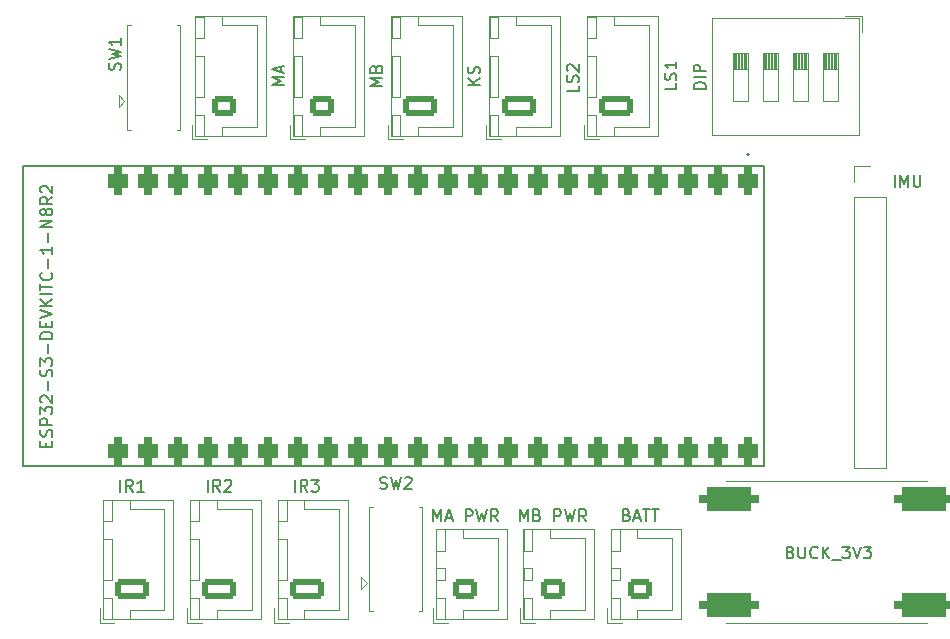
<source format=gbr>
%TF.GenerationSoftware,KiCad,Pcbnew,8.0.2*%
%TF.CreationDate,2024-06-06T18:17:56-04:00*%
%TF.ProjectId,MBARETECHmini,4d424152-4554-4454-9348-6d696e692e6b,rev?*%
%TF.SameCoordinates,Original*%
%TF.FileFunction,Legend,Top*%
%TF.FilePolarity,Positive*%
%FSLAX46Y46*%
G04 Gerber Fmt 4.6, Leading zero omitted, Abs format (unit mm)*
G04 Created by KiCad (PCBNEW 8.0.2) date 2024-06-06 18:17:56*
%MOMM*%
%LPD*%
G01*
G04 APERTURE LIST*
G04 Aperture macros list*
%AMRoundRect*
0 Rectangle with rounded corners*
0 $1 Rounding radius*
0 $2 $3 $4 $5 $6 $7 $8 $9 X,Y pos of 4 corners*
0 Add a 4 corners polygon primitive as box body*
4,1,4,$2,$3,$4,$5,$6,$7,$8,$9,$2,$3,0*
0 Add four circle primitives for the rounded corners*
1,1,$1+$1,$2,$3*
1,1,$1+$1,$4,$5*
1,1,$1+$1,$6,$7*
1,1,$1+$1,$8,$9*
0 Add four rect primitives between the rounded corners*
20,1,$1+$1,$2,$3,$4,$5,0*
20,1,$1+$1,$4,$5,$6,$7,0*
20,1,$1+$1,$6,$7,$8,$9,0*
20,1,$1+$1,$8,$9,$2,$3,0*%
G04 Aperture macros list end*
%ADD10C,0.150000*%
%ADD11C,0.127000*%
%ADD12C,0.200000*%
%ADD13C,0.120000*%
%ADD14C,0.100000*%
%ADD15RoundRect,0.566667X-0.300333X0.585333X-0.300333X-0.585333X0.300333X-0.585333X0.300333X0.585333X0*%
%ADD16O,2.000000X1.700000*%
%ADD17RoundRect,0.250000X0.750000X-0.600000X0.750000X0.600000X-0.750000X0.600000X-0.750000X-0.600000X0*%
%ADD18O,1.950000X1.700000*%
%ADD19RoundRect,0.250000X0.725000X-0.600000X0.725000X0.600000X-0.725000X0.600000X-0.725000X-0.600000X0*%
%ADD20O,2.925000X1.700000*%
%ADD21RoundRect,0.250000X1.212500X-0.600000X1.212500X0.600000X-1.212500X0.600000X-1.212500X-0.600000X0*%
%ADD22R,1.600000X1.600000*%
%ADD23O,1.600000X1.600000*%
%ADD24C,4.400000*%
%ADD25R,2.500000X1.500000*%
%ADD26O,2.500000X1.500000*%
%ADD27R,1.700000X1.700000*%
%ADD28O,1.700000X1.700000*%
%ADD29RoundRect,0.688976X-1.851024X-0.361024X1.851024X-0.361024X1.851024X0.361024X-1.851024X0.361024X0*%
G04 APERTURE END LIST*
D10*
X146201009Y-100053808D02*
X146201009Y-99720475D01*
X146724819Y-99577618D02*
X146724819Y-100053808D01*
X146724819Y-100053808D02*
X145724819Y-100053808D01*
X145724819Y-100053808D02*
X145724819Y-99577618D01*
X146677200Y-99196665D02*
X146724819Y-99053808D01*
X146724819Y-99053808D02*
X146724819Y-98815713D01*
X146724819Y-98815713D02*
X146677200Y-98720475D01*
X146677200Y-98720475D02*
X146629580Y-98672856D01*
X146629580Y-98672856D02*
X146534342Y-98625237D01*
X146534342Y-98625237D02*
X146439104Y-98625237D01*
X146439104Y-98625237D02*
X146343866Y-98672856D01*
X146343866Y-98672856D02*
X146296247Y-98720475D01*
X146296247Y-98720475D02*
X146248628Y-98815713D01*
X146248628Y-98815713D02*
X146201009Y-99006189D01*
X146201009Y-99006189D02*
X146153390Y-99101427D01*
X146153390Y-99101427D02*
X146105771Y-99149046D01*
X146105771Y-99149046D02*
X146010533Y-99196665D01*
X146010533Y-99196665D02*
X145915295Y-99196665D01*
X145915295Y-99196665D02*
X145820057Y-99149046D01*
X145820057Y-99149046D02*
X145772438Y-99101427D01*
X145772438Y-99101427D02*
X145724819Y-99006189D01*
X145724819Y-99006189D02*
X145724819Y-98768094D01*
X145724819Y-98768094D02*
X145772438Y-98625237D01*
X146724819Y-98196665D02*
X145724819Y-98196665D01*
X145724819Y-98196665D02*
X145724819Y-97815713D01*
X145724819Y-97815713D02*
X145772438Y-97720475D01*
X145772438Y-97720475D02*
X145820057Y-97672856D01*
X145820057Y-97672856D02*
X145915295Y-97625237D01*
X145915295Y-97625237D02*
X146058152Y-97625237D01*
X146058152Y-97625237D02*
X146153390Y-97672856D01*
X146153390Y-97672856D02*
X146201009Y-97720475D01*
X146201009Y-97720475D02*
X146248628Y-97815713D01*
X146248628Y-97815713D02*
X146248628Y-98196665D01*
X145724819Y-97291903D02*
X145724819Y-96672856D01*
X145724819Y-96672856D02*
X146105771Y-97006189D01*
X146105771Y-97006189D02*
X146105771Y-96863332D01*
X146105771Y-96863332D02*
X146153390Y-96768094D01*
X146153390Y-96768094D02*
X146201009Y-96720475D01*
X146201009Y-96720475D02*
X146296247Y-96672856D01*
X146296247Y-96672856D02*
X146534342Y-96672856D01*
X146534342Y-96672856D02*
X146629580Y-96720475D01*
X146629580Y-96720475D02*
X146677200Y-96768094D01*
X146677200Y-96768094D02*
X146724819Y-96863332D01*
X146724819Y-96863332D02*
X146724819Y-97149046D01*
X146724819Y-97149046D02*
X146677200Y-97244284D01*
X146677200Y-97244284D02*
X146629580Y-97291903D01*
X145820057Y-96291903D02*
X145772438Y-96244284D01*
X145772438Y-96244284D02*
X145724819Y-96149046D01*
X145724819Y-96149046D02*
X145724819Y-95910951D01*
X145724819Y-95910951D02*
X145772438Y-95815713D01*
X145772438Y-95815713D02*
X145820057Y-95768094D01*
X145820057Y-95768094D02*
X145915295Y-95720475D01*
X145915295Y-95720475D02*
X146010533Y-95720475D01*
X146010533Y-95720475D02*
X146153390Y-95768094D01*
X146153390Y-95768094D02*
X146724819Y-96339522D01*
X146724819Y-96339522D02*
X146724819Y-95720475D01*
X146343866Y-95291903D02*
X146343866Y-94529999D01*
X146677200Y-94101427D02*
X146724819Y-93958570D01*
X146724819Y-93958570D02*
X146724819Y-93720475D01*
X146724819Y-93720475D02*
X146677200Y-93625237D01*
X146677200Y-93625237D02*
X146629580Y-93577618D01*
X146629580Y-93577618D02*
X146534342Y-93529999D01*
X146534342Y-93529999D02*
X146439104Y-93529999D01*
X146439104Y-93529999D02*
X146343866Y-93577618D01*
X146343866Y-93577618D02*
X146296247Y-93625237D01*
X146296247Y-93625237D02*
X146248628Y-93720475D01*
X146248628Y-93720475D02*
X146201009Y-93910951D01*
X146201009Y-93910951D02*
X146153390Y-94006189D01*
X146153390Y-94006189D02*
X146105771Y-94053808D01*
X146105771Y-94053808D02*
X146010533Y-94101427D01*
X146010533Y-94101427D02*
X145915295Y-94101427D01*
X145915295Y-94101427D02*
X145820057Y-94053808D01*
X145820057Y-94053808D02*
X145772438Y-94006189D01*
X145772438Y-94006189D02*
X145724819Y-93910951D01*
X145724819Y-93910951D02*
X145724819Y-93672856D01*
X145724819Y-93672856D02*
X145772438Y-93529999D01*
X145724819Y-93196665D02*
X145724819Y-92577618D01*
X145724819Y-92577618D02*
X146105771Y-92910951D01*
X146105771Y-92910951D02*
X146105771Y-92768094D01*
X146105771Y-92768094D02*
X146153390Y-92672856D01*
X146153390Y-92672856D02*
X146201009Y-92625237D01*
X146201009Y-92625237D02*
X146296247Y-92577618D01*
X146296247Y-92577618D02*
X146534342Y-92577618D01*
X146534342Y-92577618D02*
X146629580Y-92625237D01*
X146629580Y-92625237D02*
X146677200Y-92672856D01*
X146677200Y-92672856D02*
X146724819Y-92768094D01*
X146724819Y-92768094D02*
X146724819Y-93053808D01*
X146724819Y-93053808D02*
X146677200Y-93149046D01*
X146677200Y-93149046D02*
X146629580Y-93196665D01*
X146343866Y-92149046D02*
X146343866Y-91387142D01*
X146724819Y-90910951D02*
X145724819Y-90910951D01*
X145724819Y-90910951D02*
X145724819Y-90672856D01*
X145724819Y-90672856D02*
X145772438Y-90529999D01*
X145772438Y-90529999D02*
X145867676Y-90434761D01*
X145867676Y-90434761D02*
X145962914Y-90387142D01*
X145962914Y-90387142D02*
X146153390Y-90339523D01*
X146153390Y-90339523D02*
X146296247Y-90339523D01*
X146296247Y-90339523D02*
X146486723Y-90387142D01*
X146486723Y-90387142D02*
X146581961Y-90434761D01*
X146581961Y-90434761D02*
X146677200Y-90529999D01*
X146677200Y-90529999D02*
X146724819Y-90672856D01*
X146724819Y-90672856D02*
X146724819Y-90910951D01*
X146201009Y-89910951D02*
X146201009Y-89577618D01*
X146724819Y-89434761D02*
X146724819Y-89910951D01*
X146724819Y-89910951D02*
X145724819Y-89910951D01*
X145724819Y-89910951D02*
X145724819Y-89434761D01*
X145724819Y-89149046D02*
X146724819Y-88815713D01*
X146724819Y-88815713D02*
X145724819Y-88482380D01*
X146724819Y-88149046D02*
X145724819Y-88149046D01*
X146724819Y-87577618D02*
X146153390Y-88006189D01*
X145724819Y-87577618D02*
X146296247Y-88149046D01*
X146724819Y-87149046D02*
X145724819Y-87149046D01*
X145724819Y-86815713D02*
X145724819Y-86244285D01*
X146724819Y-86529999D02*
X145724819Y-86529999D01*
X146629580Y-85339523D02*
X146677200Y-85387142D01*
X146677200Y-85387142D02*
X146724819Y-85529999D01*
X146724819Y-85529999D02*
X146724819Y-85625237D01*
X146724819Y-85625237D02*
X146677200Y-85768094D01*
X146677200Y-85768094D02*
X146581961Y-85863332D01*
X146581961Y-85863332D02*
X146486723Y-85910951D01*
X146486723Y-85910951D02*
X146296247Y-85958570D01*
X146296247Y-85958570D02*
X146153390Y-85958570D01*
X146153390Y-85958570D02*
X145962914Y-85910951D01*
X145962914Y-85910951D02*
X145867676Y-85863332D01*
X145867676Y-85863332D02*
X145772438Y-85768094D01*
X145772438Y-85768094D02*
X145724819Y-85625237D01*
X145724819Y-85625237D02*
X145724819Y-85529999D01*
X145724819Y-85529999D02*
X145772438Y-85387142D01*
X145772438Y-85387142D02*
X145820057Y-85339523D01*
X146343866Y-84910951D02*
X146343866Y-84149047D01*
X146724819Y-83149047D02*
X146724819Y-83720475D01*
X146724819Y-83434761D02*
X145724819Y-83434761D01*
X145724819Y-83434761D02*
X145867676Y-83529999D01*
X145867676Y-83529999D02*
X145962914Y-83625237D01*
X145962914Y-83625237D02*
X146010533Y-83720475D01*
X146343866Y-82720475D02*
X146343866Y-81958571D01*
X146724819Y-81482380D02*
X145724819Y-81482380D01*
X145724819Y-81482380D02*
X146724819Y-80910952D01*
X146724819Y-80910952D02*
X145724819Y-80910952D01*
X146153390Y-80291904D02*
X146105771Y-80387142D01*
X146105771Y-80387142D02*
X146058152Y-80434761D01*
X146058152Y-80434761D02*
X145962914Y-80482380D01*
X145962914Y-80482380D02*
X145915295Y-80482380D01*
X145915295Y-80482380D02*
X145820057Y-80434761D01*
X145820057Y-80434761D02*
X145772438Y-80387142D01*
X145772438Y-80387142D02*
X145724819Y-80291904D01*
X145724819Y-80291904D02*
X145724819Y-80101428D01*
X145724819Y-80101428D02*
X145772438Y-80006190D01*
X145772438Y-80006190D02*
X145820057Y-79958571D01*
X145820057Y-79958571D02*
X145915295Y-79910952D01*
X145915295Y-79910952D02*
X145962914Y-79910952D01*
X145962914Y-79910952D02*
X146058152Y-79958571D01*
X146058152Y-79958571D02*
X146105771Y-80006190D01*
X146105771Y-80006190D02*
X146153390Y-80101428D01*
X146153390Y-80101428D02*
X146153390Y-80291904D01*
X146153390Y-80291904D02*
X146201009Y-80387142D01*
X146201009Y-80387142D02*
X146248628Y-80434761D01*
X146248628Y-80434761D02*
X146343866Y-80482380D01*
X146343866Y-80482380D02*
X146534342Y-80482380D01*
X146534342Y-80482380D02*
X146629580Y-80434761D01*
X146629580Y-80434761D02*
X146677200Y-80387142D01*
X146677200Y-80387142D02*
X146724819Y-80291904D01*
X146724819Y-80291904D02*
X146724819Y-80101428D01*
X146724819Y-80101428D02*
X146677200Y-80006190D01*
X146677200Y-80006190D02*
X146629580Y-79958571D01*
X146629580Y-79958571D02*
X146534342Y-79910952D01*
X146534342Y-79910952D02*
X146343866Y-79910952D01*
X146343866Y-79910952D02*
X146248628Y-79958571D01*
X146248628Y-79958571D02*
X146201009Y-80006190D01*
X146201009Y-80006190D02*
X146153390Y-80101428D01*
X146724819Y-78910952D02*
X146248628Y-79244285D01*
X146724819Y-79482380D02*
X145724819Y-79482380D01*
X145724819Y-79482380D02*
X145724819Y-79101428D01*
X145724819Y-79101428D02*
X145772438Y-79006190D01*
X145772438Y-79006190D02*
X145820057Y-78958571D01*
X145820057Y-78958571D02*
X145915295Y-78910952D01*
X145915295Y-78910952D02*
X146058152Y-78910952D01*
X146058152Y-78910952D02*
X146153390Y-78958571D01*
X146153390Y-78958571D02*
X146201009Y-79006190D01*
X146201009Y-79006190D02*
X146248628Y-79101428D01*
X146248628Y-79101428D02*
X146248628Y-79482380D01*
X145820057Y-78529999D02*
X145772438Y-78482380D01*
X145772438Y-78482380D02*
X145724819Y-78387142D01*
X145724819Y-78387142D02*
X145724819Y-78149047D01*
X145724819Y-78149047D02*
X145772438Y-78053809D01*
X145772438Y-78053809D02*
X145820057Y-78006190D01*
X145820057Y-78006190D02*
X145915295Y-77958571D01*
X145915295Y-77958571D02*
X146010533Y-77958571D01*
X146010533Y-77958571D02*
X146153390Y-78006190D01*
X146153390Y-78006190D02*
X146724819Y-78577618D01*
X146724819Y-78577618D02*
X146724819Y-77958571D01*
X195360952Y-105851009D02*
X195503809Y-105898628D01*
X195503809Y-105898628D02*
X195551428Y-105946247D01*
X195551428Y-105946247D02*
X195599047Y-106041485D01*
X195599047Y-106041485D02*
X195599047Y-106184342D01*
X195599047Y-106184342D02*
X195551428Y-106279580D01*
X195551428Y-106279580D02*
X195503809Y-106327200D01*
X195503809Y-106327200D02*
X195408571Y-106374819D01*
X195408571Y-106374819D02*
X195027619Y-106374819D01*
X195027619Y-106374819D02*
X195027619Y-105374819D01*
X195027619Y-105374819D02*
X195360952Y-105374819D01*
X195360952Y-105374819D02*
X195456190Y-105422438D01*
X195456190Y-105422438D02*
X195503809Y-105470057D01*
X195503809Y-105470057D02*
X195551428Y-105565295D01*
X195551428Y-105565295D02*
X195551428Y-105660533D01*
X195551428Y-105660533D02*
X195503809Y-105755771D01*
X195503809Y-105755771D02*
X195456190Y-105803390D01*
X195456190Y-105803390D02*
X195360952Y-105851009D01*
X195360952Y-105851009D02*
X195027619Y-105851009D01*
X195980000Y-106089104D02*
X196456190Y-106089104D01*
X195884762Y-106374819D02*
X196218095Y-105374819D01*
X196218095Y-105374819D02*
X196551428Y-106374819D01*
X196741905Y-105374819D02*
X197313333Y-105374819D01*
X197027619Y-106374819D02*
X197027619Y-105374819D01*
X197503810Y-105374819D02*
X198075238Y-105374819D01*
X197789524Y-106374819D02*
X197789524Y-105374819D01*
X166354819Y-69451904D02*
X165354819Y-69451904D01*
X165354819Y-69451904D02*
X166069104Y-69118571D01*
X166069104Y-69118571D02*
X165354819Y-68785238D01*
X165354819Y-68785238D02*
X166354819Y-68785238D01*
X166069104Y-68356666D02*
X166069104Y-67880476D01*
X166354819Y-68451904D02*
X165354819Y-68118571D01*
X165354819Y-68118571D02*
X166354819Y-67785238D01*
X199574819Y-69272857D02*
X199574819Y-69749047D01*
X199574819Y-69749047D02*
X198574819Y-69749047D01*
X199527200Y-68987142D02*
X199574819Y-68844285D01*
X199574819Y-68844285D02*
X199574819Y-68606190D01*
X199574819Y-68606190D02*
X199527200Y-68510952D01*
X199527200Y-68510952D02*
X199479580Y-68463333D01*
X199479580Y-68463333D02*
X199384342Y-68415714D01*
X199384342Y-68415714D02*
X199289104Y-68415714D01*
X199289104Y-68415714D02*
X199193866Y-68463333D01*
X199193866Y-68463333D02*
X199146247Y-68510952D01*
X199146247Y-68510952D02*
X199098628Y-68606190D01*
X199098628Y-68606190D02*
X199051009Y-68796666D01*
X199051009Y-68796666D02*
X199003390Y-68891904D01*
X199003390Y-68891904D02*
X198955771Y-68939523D01*
X198955771Y-68939523D02*
X198860533Y-68987142D01*
X198860533Y-68987142D02*
X198765295Y-68987142D01*
X198765295Y-68987142D02*
X198670057Y-68939523D01*
X198670057Y-68939523D02*
X198622438Y-68891904D01*
X198622438Y-68891904D02*
X198574819Y-68796666D01*
X198574819Y-68796666D02*
X198574819Y-68558571D01*
X198574819Y-68558571D02*
X198622438Y-68415714D01*
X199574819Y-67463333D02*
X199574819Y-68034761D01*
X199574819Y-67749047D02*
X198574819Y-67749047D01*
X198574819Y-67749047D02*
X198717676Y-67844285D01*
X198717676Y-67844285D02*
X198812914Y-67939523D01*
X198812914Y-67939523D02*
X198860533Y-68034761D01*
X202044819Y-69749999D02*
X201044819Y-69749999D01*
X201044819Y-69749999D02*
X201044819Y-69511904D01*
X201044819Y-69511904D02*
X201092438Y-69369047D01*
X201092438Y-69369047D02*
X201187676Y-69273809D01*
X201187676Y-69273809D02*
X201282914Y-69226190D01*
X201282914Y-69226190D02*
X201473390Y-69178571D01*
X201473390Y-69178571D02*
X201616247Y-69178571D01*
X201616247Y-69178571D02*
X201806723Y-69226190D01*
X201806723Y-69226190D02*
X201901961Y-69273809D01*
X201901961Y-69273809D02*
X201997200Y-69369047D01*
X201997200Y-69369047D02*
X202044819Y-69511904D01*
X202044819Y-69511904D02*
X202044819Y-69749999D01*
X202044819Y-68749999D02*
X201044819Y-68749999D01*
X202044819Y-68273809D02*
X201044819Y-68273809D01*
X201044819Y-68273809D02*
X201044819Y-67892857D01*
X201044819Y-67892857D02*
X201092438Y-67797619D01*
X201092438Y-67797619D02*
X201140057Y-67750000D01*
X201140057Y-67750000D02*
X201235295Y-67702381D01*
X201235295Y-67702381D02*
X201378152Y-67702381D01*
X201378152Y-67702381D02*
X201473390Y-67750000D01*
X201473390Y-67750000D02*
X201521009Y-67797619D01*
X201521009Y-67797619D02*
X201568628Y-67892857D01*
X201568628Y-67892857D02*
X201568628Y-68273809D01*
X152457200Y-68163332D02*
X152504819Y-68020475D01*
X152504819Y-68020475D02*
X152504819Y-67782380D01*
X152504819Y-67782380D02*
X152457200Y-67687142D01*
X152457200Y-67687142D02*
X152409580Y-67639523D01*
X152409580Y-67639523D02*
X152314342Y-67591904D01*
X152314342Y-67591904D02*
X152219104Y-67591904D01*
X152219104Y-67591904D02*
X152123866Y-67639523D01*
X152123866Y-67639523D02*
X152076247Y-67687142D01*
X152076247Y-67687142D02*
X152028628Y-67782380D01*
X152028628Y-67782380D02*
X151981009Y-67972856D01*
X151981009Y-67972856D02*
X151933390Y-68068094D01*
X151933390Y-68068094D02*
X151885771Y-68115713D01*
X151885771Y-68115713D02*
X151790533Y-68163332D01*
X151790533Y-68163332D02*
X151695295Y-68163332D01*
X151695295Y-68163332D02*
X151600057Y-68115713D01*
X151600057Y-68115713D02*
X151552438Y-68068094D01*
X151552438Y-68068094D02*
X151504819Y-67972856D01*
X151504819Y-67972856D02*
X151504819Y-67734761D01*
X151504819Y-67734761D02*
X151552438Y-67591904D01*
X151504819Y-67258570D02*
X152504819Y-67020475D01*
X152504819Y-67020475D02*
X151790533Y-66829999D01*
X151790533Y-66829999D02*
X152504819Y-66639523D01*
X152504819Y-66639523D02*
X151504819Y-66401428D01*
X152504819Y-65496666D02*
X152504819Y-66068094D01*
X152504819Y-65782380D02*
X151504819Y-65782380D01*
X151504819Y-65782380D02*
X151647676Y-65877618D01*
X151647676Y-65877618D02*
X151742914Y-65972856D01*
X151742914Y-65972856D02*
X151790533Y-66068094D01*
X174654819Y-69523332D02*
X173654819Y-69523332D01*
X173654819Y-69523332D02*
X174369104Y-69189999D01*
X174369104Y-69189999D02*
X173654819Y-68856666D01*
X173654819Y-68856666D02*
X174654819Y-68856666D01*
X174131009Y-68047142D02*
X174178628Y-67904285D01*
X174178628Y-67904285D02*
X174226247Y-67856666D01*
X174226247Y-67856666D02*
X174321485Y-67809047D01*
X174321485Y-67809047D02*
X174464342Y-67809047D01*
X174464342Y-67809047D02*
X174559580Y-67856666D01*
X174559580Y-67856666D02*
X174607200Y-67904285D01*
X174607200Y-67904285D02*
X174654819Y-67999523D01*
X174654819Y-67999523D02*
X174654819Y-68380475D01*
X174654819Y-68380475D02*
X173654819Y-68380475D01*
X173654819Y-68380475D02*
X173654819Y-68047142D01*
X173654819Y-68047142D02*
X173702438Y-67951904D01*
X173702438Y-67951904D02*
X173750057Y-67904285D01*
X173750057Y-67904285D02*
X173845295Y-67856666D01*
X173845295Y-67856666D02*
X173940533Y-67856666D01*
X173940533Y-67856666D02*
X174035771Y-67904285D01*
X174035771Y-67904285D02*
X174083390Y-67951904D01*
X174083390Y-67951904D02*
X174131009Y-68047142D01*
X174131009Y-68047142D02*
X174131009Y-68380475D01*
X178975714Y-106374819D02*
X178975714Y-105374819D01*
X178975714Y-105374819D02*
X179309047Y-106089104D01*
X179309047Y-106089104D02*
X179642380Y-105374819D01*
X179642380Y-105374819D02*
X179642380Y-106374819D01*
X180070952Y-106089104D02*
X180547142Y-106089104D01*
X179975714Y-106374819D02*
X180309047Y-105374819D01*
X180309047Y-105374819D02*
X180642380Y-106374819D01*
X181737619Y-106374819D02*
X181737619Y-105374819D01*
X181737619Y-105374819D02*
X182118571Y-105374819D01*
X182118571Y-105374819D02*
X182213809Y-105422438D01*
X182213809Y-105422438D02*
X182261428Y-105470057D01*
X182261428Y-105470057D02*
X182309047Y-105565295D01*
X182309047Y-105565295D02*
X182309047Y-105708152D01*
X182309047Y-105708152D02*
X182261428Y-105803390D01*
X182261428Y-105803390D02*
X182213809Y-105851009D01*
X182213809Y-105851009D02*
X182118571Y-105898628D01*
X182118571Y-105898628D02*
X181737619Y-105898628D01*
X182642381Y-105374819D02*
X182880476Y-106374819D01*
X182880476Y-106374819D02*
X183070952Y-105660533D01*
X183070952Y-105660533D02*
X183261428Y-106374819D01*
X183261428Y-106374819D02*
X183499524Y-105374819D01*
X184451904Y-106374819D02*
X184118571Y-105898628D01*
X183880476Y-106374819D02*
X183880476Y-105374819D01*
X183880476Y-105374819D02*
X184261428Y-105374819D01*
X184261428Y-105374819D02*
X184356666Y-105422438D01*
X184356666Y-105422438D02*
X184404285Y-105470057D01*
X184404285Y-105470057D02*
X184451904Y-105565295D01*
X184451904Y-105565295D02*
X184451904Y-105708152D01*
X184451904Y-105708152D02*
X184404285Y-105803390D01*
X184404285Y-105803390D02*
X184356666Y-105851009D01*
X184356666Y-105851009D02*
X184261428Y-105898628D01*
X184261428Y-105898628D02*
X183880476Y-105898628D01*
X167283810Y-103864819D02*
X167283810Y-102864819D01*
X168331428Y-103864819D02*
X167998095Y-103388628D01*
X167760000Y-103864819D02*
X167760000Y-102864819D01*
X167760000Y-102864819D02*
X168140952Y-102864819D01*
X168140952Y-102864819D02*
X168236190Y-102912438D01*
X168236190Y-102912438D02*
X168283809Y-102960057D01*
X168283809Y-102960057D02*
X168331428Y-103055295D01*
X168331428Y-103055295D02*
X168331428Y-103198152D01*
X168331428Y-103198152D02*
X168283809Y-103293390D01*
X168283809Y-103293390D02*
X168236190Y-103341009D01*
X168236190Y-103341009D02*
X168140952Y-103388628D01*
X168140952Y-103388628D02*
X167760000Y-103388628D01*
X168664762Y-102864819D02*
X169283809Y-102864819D01*
X169283809Y-102864819D02*
X168950476Y-103245771D01*
X168950476Y-103245771D02*
X169093333Y-103245771D01*
X169093333Y-103245771D02*
X169188571Y-103293390D01*
X169188571Y-103293390D02*
X169236190Y-103341009D01*
X169236190Y-103341009D02*
X169283809Y-103436247D01*
X169283809Y-103436247D02*
X169283809Y-103674342D01*
X169283809Y-103674342D02*
X169236190Y-103769580D01*
X169236190Y-103769580D02*
X169188571Y-103817200D01*
X169188571Y-103817200D02*
X169093333Y-103864819D01*
X169093333Y-103864819D02*
X168807619Y-103864819D01*
X168807619Y-103864819D02*
X168712381Y-103817200D01*
X168712381Y-103817200D02*
X168664762Y-103769580D01*
X218044762Y-78074819D02*
X218044762Y-77074819D01*
X218520952Y-78074819D02*
X218520952Y-77074819D01*
X218520952Y-77074819D02*
X218854285Y-77789104D01*
X218854285Y-77789104D02*
X219187618Y-77074819D01*
X219187618Y-77074819D02*
X219187618Y-78074819D01*
X219663809Y-77074819D02*
X219663809Y-77884342D01*
X219663809Y-77884342D02*
X219711428Y-77979580D01*
X219711428Y-77979580D02*
X219759047Y-78027200D01*
X219759047Y-78027200D02*
X219854285Y-78074819D01*
X219854285Y-78074819D02*
X220044761Y-78074819D01*
X220044761Y-78074819D02*
X220139999Y-78027200D01*
X220139999Y-78027200D02*
X220187618Y-77979580D01*
X220187618Y-77979580D02*
X220235237Y-77884342D01*
X220235237Y-77884342D02*
X220235237Y-77074819D01*
X209235714Y-108991009D02*
X209378571Y-109038628D01*
X209378571Y-109038628D02*
X209426190Y-109086247D01*
X209426190Y-109086247D02*
X209473809Y-109181485D01*
X209473809Y-109181485D02*
X209473809Y-109324342D01*
X209473809Y-109324342D02*
X209426190Y-109419580D01*
X209426190Y-109419580D02*
X209378571Y-109467200D01*
X209378571Y-109467200D02*
X209283333Y-109514819D01*
X209283333Y-109514819D02*
X208902381Y-109514819D01*
X208902381Y-109514819D02*
X208902381Y-108514819D01*
X208902381Y-108514819D02*
X209235714Y-108514819D01*
X209235714Y-108514819D02*
X209330952Y-108562438D01*
X209330952Y-108562438D02*
X209378571Y-108610057D01*
X209378571Y-108610057D02*
X209426190Y-108705295D01*
X209426190Y-108705295D02*
X209426190Y-108800533D01*
X209426190Y-108800533D02*
X209378571Y-108895771D01*
X209378571Y-108895771D02*
X209330952Y-108943390D01*
X209330952Y-108943390D02*
X209235714Y-108991009D01*
X209235714Y-108991009D02*
X208902381Y-108991009D01*
X209902381Y-108514819D02*
X209902381Y-109324342D01*
X209902381Y-109324342D02*
X209950000Y-109419580D01*
X209950000Y-109419580D02*
X209997619Y-109467200D01*
X209997619Y-109467200D02*
X210092857Y-109514819D01*
X210092857Y-109514819D02*
X210283333Y-109514819D01*
X210283333Y-109514819D02*
X210378571Y-109467200D01*
X210378571Y-109467200D02*
X210426190Y-109419580D01*
X210426190Y-109419580D02*
X210473809Y-109324342D01*
X210473809Y-109324342D02*
X210473809Y-108514819D01*
X211521428Y-109419580D02*
X211473809Y-109467200D01*
X211473809Y-109467200D02*
X211330952Y-109514819D01*
X211330952Y-109514819D02*
X211235714Y-109514819D01*
X211235714Y-109514819D02*
X211092857Y-109467200D01*
X211092857Y-109467200D02*
X210997619Y-109371961D01*
X210997619Y-109371961D02*
X210950000Y-109276723D01*
X210950000Y-109276723D02*
X210902381Y-109086247D01*
X210902381Y-109086247D02*
X210902381Y-108943390D01*
X210902381Y-108943390D02*
X210950000Y-108752914D01*
X210950000Y-108752914D02*
X210997619Y-108657676D01*
X210997619Y-108657676D02*
X211092857Y-108562438D01*
X211092857Y-108562438D02*
X211235714Y-108514819D01*
X211235714Y-108514819D02*
X211330952Y-108514819D01*
X211330952Y-108514819D02*
X211473809Y-108562438D01*
X211473809Y-108562438D02*
X211521428Y-108610057D01*
X211950000Y-109514819D02*
X211950000Y-108514819D01*
X212521428Y-109514819D02*
X212092857Y-108943390D01*
X212521428Y-108514819D02*
X211950000Y-109086247D01*
X212711905Y-109610057D02*
X213473809Y-109610057D01*
X213616667Y-108514819D02*
X214235714Y-108514819D01*
X214235714Y-108514819D02*
X213902381Y-108895771D01*
X213902381Y-108895771D02*
X214045238Y-108895771D01*
X214045238Y-108895771D02*
X214140476Y-108943390D01*
X214140476Y-108943390D02*
X214188095Y-108991009D01*
X214188095Y-108991009D02*
X214235714Y-109086247D01*
X214235714Y-109086247D02*
X214235714Y-109324342D01*
X214235714Y-109324342D02*
X214188095Y-109419580D01*
X214188095Y-109419580D02*
X214140476Y-109467200D01*
X214140476Y-109467200D02*
X214045238Y-109514819D01*
X214045238Y-109514819D02*
X213759524Y-109514819D01*
X213759524Y-109514819D02*
X213664286Y-109467200D01*
X213664286Y-109467200D02*
X213616667Y-109419580D01*
X214521429Y-108514819D02*
X214854762Y-109514819D01*
X214854762Y-109514819D02*
X215188095Y-108514819D01*
X215426191Y-108514819D02*
X216045238Y-108514819D01*
X216045238Y-108514819D02*
X215711905Y-108895771D01*
X215711905Y-108895771D02*
X215854762Y-108895771D01*
X215854762Y-108895771D02*
X215950000Y-108943390D01*
X215950000Y-108943390D02*
X215997619Y-108991009D01*
X215997619Y-108991009D02*
X216045238Y-109086247D01*
X216045238Y-109086247D02*
X216045238Y-109324342D01*
X216045238Y-109324342D02*
X215997619Y-109419580D01*
X215997619Y-109419580D02*
X215950000Y-109467200D01*
X215950000Y-109467200D02*
X215854762Y-109514819D01*
X215854762Y-109514819D02*
X215569048Y-109514819D01*
X215569048Y-109514819D02*
X215473810Y-109467200D01*
X215473810Y-109467200D02*
X215426191Y-109419580D01*
X191284819Y-69482857D02*
X191284819Y-69959047D01*
X191284819Y-69959047D02*
X190284819Y-69959047D01*
X191237200Y-69197142D02*
X191284819Y-69054285D01*
X191284819Y-69054285D02*
X191284819Y-68816190D01*
X191284819Y-68816190D02*
X191237200Y-68720952D01*
X191237200Y-68720952D02*
X191189580Y-68673333D01*
X191189580Y-68673333D02*
X191094342Y-68625714D01*
X191094342Y-68625714D02*
X190999104Y-68625714D01*
X190999104Y-68625714D02*
X190903866Y-68673333D01*
X190903866Y-68673333D02*
X190856247Y-68720952D01*
X190856247Y-68720952D02*
X190808628Y-68816190D01*
X190808628Y-68816190D02*
X190761009Y-69006666D01*
X190761009Y-69006666D02*
X190713390Y-69101904D01*
X190713390Y-69101904D02*
X190665771Y-69149523D01*
X190665771Y-69149523D02*
X190570533Y-69197142D01*
X190570533Y-69197142D02*
X190475295Y-69197142D01*
X190475295Y-69197142D02*
X190380057Y-69149523D01*
X190380057Y-69149523D02*
X190332438Y-69101904D01*
X190332438Y-69101904D02*
X190284819Y-69006666D01*
X190284819Y-69006666D02*
X190284819Y-68768571D01*
X190284819Y-68768571D02*
X190332438Y-68625714D01*
X190380057Y-68244761D02*
X190332438Y-68197142D01*
X190332438Y-68197142D02*
X190284819Y-68101904D01*
X190284819Y-68101904D02*
X190284819Y-67863809D01*
X190284819Y-67863809D02*
X190332438Y-67768571D01*
X190332438Y-67768571D02*
X190380057Y-67720952D01*
X190380057Y-67720952D02*
X190475295Y-67673333D01*
X190475295Y-67673333D02*
X190570533Y-67673333D01*
X190570533Y-67673333D02*
X190713390Y-67720952D01*
X190713390Y-67720952D02*
X191284819Y-68292380D01*
X191284819Y-68292380D02*
X191284819Y-67673333D01*
X186304286Y-106374819D02*
X186304286Y-105374819D01*
X186304286Y-105374819D02*
X186637619Y-106089104D01*
X186637619Y-106089104D02*
X186970952Y-105374819D01*
X186970952Y-105374819D02*
X186970952Y-106374819D01*
X187780476Y-105851009D02*
X187923333Y-105898628D01*
X187923333Y-105898628D02*
X187970952Y-105946247D01*
X187970952Y-105946247D02*
X188018571Y-106041485D01*
X188018571Y-106041485D02*
X188018571Y-106184342D01*
X188018571Y-106184342D02*
X187970952Y-106279580D01*
X187970952Y-106279580D02*
X187923333Y-106327200D01*
X187923333Y-106327200D02*
X187828095Y-106374819D01*
X187828095Y-106374819D02*
X187447143Y-106374819D01*
X187447143Y-106374819D02*
X187447143Y-105374819D01*
X187447143Y-105374819D02*
X187780476Y-105374819D01*
X187780476Y-105374819D02*
X187875714Y-105422438D01*
X187875714Y-105422438D02*
X187923333Y-105470057D01*
X187923333Y-105470057D02*
X187970952Y-105565295D01*
X187970952Y-105565295D02*
X187970952Y-105660533D01*
X187970952Y-105660533D02*
X187923333Y-105755771D01*
X187923333Y-105755771D02*
X187875714Y-105803390D01*
X187875714Y-105803390D02*
X187780476Y-105851009D01*
X187780476Y-105851009D02*
X187447143Y-105851009D01*
X189209048Y-106374819D02*
X189209048Y-105374819D01*
X189209048Y-105374819D02*
X189590000Y-105374819D01*
X189590000Y-105374819D02*
X189685238Y-105422438D01*
X189685238Y-105422438D02*
X189732857Y-105470057D01*
X189732857Y-105470057D02*
X189780476Y-105565295D01*
X189780476Y-105565295D02*
X189780476Y-105708152D01*
X189780476Y-105708152D02*
X189732857Y-105803390D01*
X189732857Y-105803390D02*
X189685238Y-105851009D01*
X189685238Y-105851009D02*
X189590000Y-105898628D01*
X189590000Y-105898628D02*
X189209048Y-105898628D01*
X190113810Y-105374819D02*
X190351905Y-106374819D01*
X190351905Y-106374819D02*
X190542381Y-105660533D01*
X190542381Y-105660533D02*
X190732857Y-106374819D01*
X190732857Y-106374819D02*
X190970953Y-105374819D01*
X191923333Y-106374819D02*
X191590000Y-105898628D01*
X191351905Y-106374819D02*
X191351905Y-105374819D01*
X191351905Y-105374819D02*
X191732857Y-105374819D01*
X191732857Y-105374819D02*
X191828095Y-105422438D01*
X191828095Y-105422438D02*
X191875714Y-105470057D01*
X191875714Y-105470057D02*
X191923333Y-105565295D01*
X191923333Y-105565295D02*
X191923333Y-105708152D01*
X191923333Y-105708152D02*
X191875714Y-105803390D01*
X191875714Y-105803390D02*
X191828095Y-105851009D01*
X191828095Y-105851009D02*
X191732857Y-105898628D01*
X191732857Y-105898628D02*
X191351905Y-105898628D01*
X152493810Y-103864819D02*
X152493810Y-102864819D01*
X153541428Y-103864819D02*
X153208095Y-103388628D01*
X152970000Y-103864819D02*
X152970000Y-102864819D01*
X152970000Y-102864819D02*
X153350952Y-102864819D01*
X153350952Y-102864819D02*
X153446190Y-102912438D01*
X153446190Y-102912438D02*
X153493809Y-102960057D01*
X153493809Y-102960057D02*
X153541428Y-103055295D01*
X153541428Y-103055295D02*
X153541428Y-103198152D01*
X153541428Y-103198152D02*
X153493809Y-103293390D01*
X153493809Y-103293390D02*
X153446190Y-103341009D01*
X153446190Y-103341009D02*
X153350952Y-103388628D01*
X153350952Y-103388628D02*
X152970000Y-103388628D01*
X154493809Y-103864819D02*
X153922381Y-103864819D01*
X154208095Y-103864819D02*
X154208095Y-102864819D01*
X154208095Y-102864819D02*
X154112857Y-103007676D01*
X154112857Y-103007676D02*
X154017619Y-103102914D01*
X154017619Y-103102914D02*
X153922381Y-103150533D01*
X182914819Y-69398094D02*
X181914819Y-69398094D01*
X182914819Y-68826666D02*
X182343390Y-69255237D01*
X181914819Y-68826666D02*
X182486247Y-69398094D01*
X182867200Y-68445713D02*
X182914819Y-68302856D01*
X182914819Y-68302856D02*
X182914819Y-68064761D01*
X182914819Y-68064761D02*
X182867200Y-67969523D01*
X182867200Y-67969523D02*
X182819580Y-67921904D01*
X182819580Y-67921904D02*
X182724342Y-67874285D01*
X182724342Y-67874285D02*
X182629104Y-67874285D01*
X182629104Y-67874285D02*
X182533866Y-67921904D01*
X182533866Y-67921904D02*
X182486247Y-67969523D01*
X182486247Y-67969523D02*
X182438628Y-68064761D01*
X182438628Y-68064761D02*
X182391009Y-68255237D01*
X182391009Y-68255237D02*
X182343390Y-68350475D01*
X182343390Y-68350475D02*
X182295771Y-68398094D01*
X182295771Y-68398094D02*
X182200533Y-68445713D01*
X182200533Y-68445713D02*
X182105295Y-68445713D01*
X182105295Y-68445713D02*
X182010057Y-68398094D01*
X182010057Y-68398094D02*
X181962438Y-68350475D01*
X181962438Y-68350475D02*
X181914819Y-68255237D01*
X181914819Y-68255237D02*
X181914819Y-68017142D01*
X181914819Y-68017142D02*
X181962438Y-67874285D01*
X159891310Y-103864819D02*
X159891310Y-102864819D01*
X160938928Y-103864819D02*
X160605595Y-103388628D01*
X160367500Y-103864819D02*
X160367500Y-102864819D01*
X160367500Y-102864819D02*
X160748452Y-102864819D01*
X160748452Y-102864819D02*
X160843690Y-102912438D01*
X160843690Y-102912438D02*
X160891309Y-102960057D01*
X160891309Y-102960057D02*
X160938928Y-103055295D01*
X160938928Y-103055295D02*
X160938928Y-103198152D01*
X160938928Y-103198152D02*
X160891309Y-103293390D01*
X160891309Y-103293390D02*
X160843690Y-103341009D01*
X160843690Y-103341009D02*
X160748452Y-103388628D01*
X160748452Y-103388628D02*
X160367500Y-103388628D01*
X161319881Y-102960057D02*
X161367500Y-102912438D01*
X161367500Y-102912438D02*
X161462738Y-102864819D01*
X161462738Y-102864819D02*
X161700833Y-102864819D01*
X161700833Y-102864819D02*
X161796071Y-102912438D01*
X161796071Y-102912438D02*
X161843690Y-102960057D01*
X161843690Y-102960057D02*
X161891309Y-103055295D01*
X161891309Y-103055295D02*
X161891309Y-103150533D01*
X161891309Y-103150533D02*
X161843690Y-103293390D01*
X161843690Y-103293390D02*
X161272262Y-103864819D01*
X161272262Y-103864819D02*
X161891309Y-103864819D01*
X174484167Y-103577200D02*
X174627024Y-103624819D01*
X174627024Y-103624819D02*
X174865119Y-103624819D01*
X174865119Y-103624819D02*
X174960357Y-103577200D01*
X174960357Y-103577200D02*
X175007976Y-103529580D01*
X175007976Y-103529580D02*
X175055595Y-103434342D01*
X175055595Y-103434342D02*
X175055595Y-103339104D01*
X175055595Y-103339104D02*
X175007976Y-103243866D01*
X175007976Y-103243866D02*
X174960357Y-103196247D01*
X174960357Y-103196247D02*
X174865119Y-103148628D01*
X174865119Y-103148628D02*
X174674643Y-103101009D01*
X174674643Y-103101009D02*
X174579405Y-103053390D01*
X174579405Y-103053390D02*
X174531786Y-103005771D01*
X174531786Y-103005771D02*
X174484167Y-102910533D01*
X174484167Y-102910533D02*
X174484167Y-102815295D01*
X174484167Y-102815295D02*
X174531786Y-102720057D01*
X174531786Y-102720057D02*
X174579405Y-102672438D01*
X174579405Y-102672438D02*
X174674643Y-102624819D01*
X174674643Y-102624819D02*
X174912738Y-102624819D01*
X174912738Y-102624819D02*
X175055595Y-102672438D01*
X175388929Y-102624819D02*
X175627024Y-103624819D01*
X175627024Y-103624819D02*
X175817500Y-102910533D01*
X175817500Y-102910533D02*
X176007976Y-103624819D01*
X176007976Y-103624819D02*
X176246072Y-102624819D01*
X176579405Y-102720057D02*
X176627024Y-102672438D01*
X176627024Y-102672438D02*
X176722262Y-102624819D01*
X176722262Y-102624819D02*
X176960357Y-102624819D01*
X176960357Y-102624819D02*
X177055595Y-102672438D01*
X177055595Y-102672438D02*
X177103214Y-102720057D01*
X177103214Y-102720057D02*
X177150833Y-102815295D01*
X177150833Y-102815295D02*
X177150833Y-102910533D01*
X177150833Y-102910533D02*
X177103214Y-103053390D01*
X177103214Y-103053390D02*
X176531786Y-103624819D01*
X176531786Y-103624819D02*
X177150833Y-103624819D01*
D11*
%TO.C,U1*%
X144280000Y-76330000D02*
X207020000Y-76330000D01*
X144280000Y-101730000D02*
X144280000Y-76330000D01*
X207020000Y-76330000D02*
X207020000Y-101730000D01*
X207020000Y-101730000D02*
X144280000Y-101730000D01*
D12*
X205722000Y-75314000D02*
G75*
G02*
X205522000Y-75314000I-100000J0D01*
G01*
X205522000Y-75314000D02*
G75*
G02*
X205722000Y-75314000I100000J0D01*
G01*
D13*
%TO.C,Battery1*%
X199985000Y-114660000D02*
X199985000Y-107040000D01*
X199985000Y-107040000D02*
X194015000Y-107040000D01*
X199225000Y-113900000D02*
X199225000Y-110850000D01*
X199225000Y-107800000D02*
X199225000Y-110850000D01*
X196275000Y-114650000D02*
X196275000Y-113900000D01*
X196275000Y-113900000D02*
X199225000Y-113900000D01*
X196275000Y-107800000D02*
X199225000Y-107800000D01*
X196275000Y-107050000D02*
X196275000Y-107800000D01*
X194775000Y-114650000D02*
X194775000Y-112850000D01*
X194775000Y-112850000D02*
X194025000Y-112850000D01*
X194775000Y-111350000D02*
X194775000Y-110350000D01*
X194775000Y-110350000D02*
X194025000Y-110350000D01*
X194775000Y-108850000D02*
X194775000Y-107050000D01*
X194775000Y-107050000D02*
X194025000Y-107050000D01*
X194025000Y-114650000D02*
X194775000Y-114650000D01*
X194025000Y-112850000D02*
X194025000Y-114650000D01*
X194025000Y-111350000D02*
X194775000Y-111350000D01*
X194025000Y-110350000D02*
X194025000Y-111350000D01*
X194025000Y-108850000D02*
X194775000Y-108850000D01*
X194025000Y-107050000D02*
X194025000Y-108850000D01*
X194015000Y-114660000D02*
X199985000Y-114660000D01*
X194015000Y-107040000D02*
X194015000Y-114660000D01*
X193725000Y-114950000D02*
X194975000Y-114950000D01*
X193725000Y-113700000D02*
X193725000Y-114950000D01*
%TO.C,MA1*%
X164810000Y-73750000D02*
X164810000Y-63630000D01*
X164810000Y-63630000D02*
X158840000Y-63630000D01*
X164050000Y-72990000D02*
X164050000Y-68690000D01*
X164050000Y-64390000D02*
X164050000Y-68690000D01*
X161100000Y-73740000D02*
X161100000Y-72990000D01*
X161100000Y-72990000D02*
X164050000Y-72990000D01*
X161100000Y-64390000D02*
X164050000Y-64390000D01*
X161100000Y-63640000D02*
X161100000Y-64390000D01*
X159600000Y-73740000D02*
X159600000Y-71940000D01*
X159600000Y-71940000D02*
X158850000Y-71940000D01*
X159600000Y-70440000D02*
X159600000Y-66940000D01*
X159600000Y-66940000D02*
X158850000Y-66940000D01*
X159600000Y-65440000D02*
X159600000Y-63640000D01*
X159600000Y-63640000D02*
X158850000Y-63640000D01*
X158850000Y-73740000D02*
X159600000Y-73740000D01*
X158850000Y-71940000D02*
X158850000Y-73740000D01*
X158850000Y-70440000D02*
X159600000Y-70440000D01*
X158850000Y-66940000D02*
X158850000Y-70440000D01*
X158850000Y-65440000D02*
X159600000Y-65440000D01*
X158850000Y-63640000D02*
X158850000Y-65440000D01*
X158840000Y-73750000D02*
X164810000Y-73750000D01*
X158840000Y-63630000D02*
X158840000Y-73750000D01*
X158550000Y-74040000D02*
X159800000Y-74040000D01*
X158550000Y-72790000D02*
X158550000Y-74040000D01*
%TO.C,LS1*%
X197995000Y-73750000D02*
X197995000Y-63630000D01*
X197995000Y-63630000D02*
X192025000Y-63630000D01*
X197235000Y-72990000D02*
X197235000Y-68690000D01*
X197235000Y-64390000D02*
X197235000Y-68690000D01*
X194285000Y-73740000D02*
X194285000Y-72990000D01*
X194285000Y-72990000D02*
X197235000Y-72990000D01*
X194285000Y-64390000D02*
X197235000Y-64390000D01*
X194285000Y-63640000D02*
X194285000Y-64390000D01*
X192785000Y-73740000D02*
X192785000Y-71940000D01*
X192785000Y-71940000D02*
X192035000Y-71940000D01*
X192785000Y-70440000D02*
X192785000Y-66940000D01*
X192785000Y-66940000D02*
X192035000Y-66940000D01*
X192785000Y-65440000D02*
X192785000Y-63640000D01*
X192785000Y-63640000D02*
X192035000Y-63640000D01*
X192035000Y-73740000D02*
X192785000Y-73740000D01*
X192035000Y-71940000D02*
X192035000Y-73740000D01*
X192035000Y-70440000D02*
X192785000Y-70440000D01*
X192035000Y-66940000D02*
X192035000Y-70440000D01*
X192035000Y-65440000D02*
X192785000Y-65440000D01*
X192035000Y-63640000D02*
X192035000Y-65440000D01*
X192025000Y-73750000D02*
X197995000Y-73750000D01*
X192025000Y-63630000D02*
X192025000Y-73750000D01*
X191735000Y-74040000D02*
X192985000Y-74040000D01*
X191735000Y-72790000D02*
X191735000Y-74040000D01*
%TO.C,DIP1*%
X202560000Y-63792500D02*
X202560000Y-73692500D01*
X204345000Y-66712500D02*
X204345000Y-70772500D01*
X204345000Y-70772500D02*
X205615000Y-70772500D01*
X204415000Y-66712500D02*
X204415000Y-68065833D01*
X204535000Y-66712500D02*
X204535000Y-68065833D01*
X204655000Y-66712500D02*
X204655000Y-68065833D01*
X204775000Y-66712500D02*
X204775000Y-68065833D01*
X204895000Y-66712500D02*
X204895000Y-68065833D01*
X205015000Y-66712500D02*
X205015000Y-68065833D01*
X205135000Y-66712500D02*
X205135000Y-68065833D01*
X205255000Y-66712500D02*
X205255000Y-68065833D01*
X205375000Y-66712500D02*
X205375000Y-68065833D01*
X205495000Y-66712500D02*
X205495000Y-68065833D01*
X205615000Y-66712500D02*
X204345000Y-66712500D01*
X205615000Y-68065833D02*
X204345000Y-68065833D01*
X205615000Y-70772500D02*
X205615000Y-66712500D01*
X206885000Y-66712500D02*
X206885000Y-70772500D01*
X206885000Y-70772500D02*
X208155000Y-70772500D01*
X206955000Y-66712500D02*
X206955000Y-68065833D01*
X207075000Y-66712500D02*
X207075000Y-68065833D01*
X207195000Y-66712500D02*
X207195000Y-68065833D01*
X207315000Y-66712500D02*
X207315000Y-68065833D01*
X207435000Y-66712500D02*
X207435000Y-68065833D01*
X207555000Y-66712500D02*
X207555000Y-68065833D01*
X207675000Y-66712500D02*
X207675000Y-68065833D01*
X207795000Y-66712500D02*
X207795000Y-68065833D01*
X207915000Y-66712500D02*
X207915000Y-68065833D01*
X208035000Y-66712500D02*
X208035000Y-68065833D01*
X208155000Y-66712500D02*
X206885000Y-66712500D01*
X208155000Y-68065833D02*
X206885000Y-68065833D01*
X208155000Y-70772500D02*
X208155000Y-66712500D01*
X209425000Y-66712500D02*
X209425000Y-70772500D01*
X209425000Y-70772500D02*
X210695000Y-70772500D01*
X209495000Y-66712500D02*
X209495000Y-68065833D01*
X209615000Y-66712500D02*
X209615000Y-68065833D01*
X209735000Y-66712500D02*
X209735000Y-68065833D01*
X209855000Y-66712500D02*
X209855000Y-68065833D01*
X209975000Y-66712500D02*
X209975000Y-68065833D01*
X210095000Y-66712500D02*
X210095000Y-68065833D01*
X210215000Y-66712500D02*
X210215000Y-68065833D01*
X210335000Y-66712500D02*
X210335000Y-68065833D01*
X210455000Y-66712500D02*
X210455000Y-68065833D01*
X210575000Y-66712500D02*
X210575000Y-68065833D01*
X210695000Y-66712500D02*
X209425000Y-66712500D01*
X210695000Y-68065833D02*
X209425000Y-68065833D01*
X210695000Y-70772500D02*
X210695000Y-66712500D01*
X211965000Y-66712500D02*
X211965000Y-70772500D01*
X211965000Y-70772500D02*
X213235000Y-70772500D01*
X212035000Y-66712500D02*
X212035000Y-68065833D01*
X212155000Y-66712500D02*
X212155000Y-68065833D01*
X212275000Y-66712500D02*
X212275000Y-68065833D01*
X212395000Y-66712500D02*
X212395000Y-68065833D01*
X212515000Y-66712500D02*
X212515000Y-68065833D01*
X212635000Y-66712500D02*
X212635000Y-68065833D01*
X212755000Y-66712500D02*
X212755000Y-68065833D01*
X212875000Y-66712500D02*
X212875000Y-68065833D01*
X212995000Y-66712500D02*
X212995000Y-68065833D01*
X213115000Y-66712500D02*
X213115000Y-68065833D01*
X213235000Y-66712500D02*
X211965000Y-66712500D01*
X213235000Y-68065833D02*
X211965000Y-68065833D01*
X213235000Y-70772500D02*
X213235000Y-66712500D01*
X215020000Y-63792500D02*
X202560000Y-63792500D01*
X215020000Y-63792500D02*
X215020000Y-73692500D01*
X215020000Y-73692500D02*
X202560000Y-73692500D01*
X215260000Y-63552500D02*
X213877000Y-63552500D01*
X215260000Y-63552500D02*
X215260000Y-64936500D01*
%TO.C,SW1*%
X152340000Y-70300000D02*
X152340000Y-71300000D01*
X152340000Y-71300000D02*
X152840000Y-70800000D01*
X152840000Y-70800000D02*
X152340000Y-70300000D01*
X153040000Y-64390000D02*
X153350000Y-64390000D01*
X153040000Y-73210000D02*
X153040000Y-64390000D01*
X153350000Y-73210000D02*
X153040000Y-73210000D01*
X157560000Y-64390000D02*
X157250000Y-64390000D01*
X157560000Y-64390000D02*
X157560000Y-73210000D01*
X157560000Y-73210000D02*
X157250000Y-73210000D01*
%TO.C,MB1*%
X173110000Y-73750000D02*
X173110000Y-63630000D01*
X173110000Y-63630000D02*
X167140000Y-63630000D01*
X172350000Y-72990000D02*
X172350000Y-68690000D01*
X172350000Y-64390000D02*
X172350000Y-68690000D01*
X169400000Y-73740000D02*
X169400000Y-72990000D01*
X169400000Y-72990000D02*
X172350000Y-72990000D01*
X169400000Y-64390000D02*
X172350000Y-64390000D01*
X169400000Y-63640000D02*
X169400000Y-64390000D01*
X167900000Y-73740000D02*
X167900000Y-71940000D01*
X167900000Y-71940000D02*
X167150000Y-71940000D01*
X167900000Y-70440000D02*
X167900000Y-66940000D01*
X167900000Y-66940000D02*
X167150000Y-66940000D01*
X167900000Y-65440000D02*
X167900000Y-63640000D01*
X167900000Y-63640000D02*
X167150000Y-63640000D01*
X167150000Y-73740000D02*
X167900000Y-73740000D01*
X167150000Y-71940000D02*
X167150000Y-73740000D01*
X167150000Y-70440000D02*
X167900000Y-70440000D01*
X167150000Y-66940000D02*
X167150000Y-70440000D01*
X167150000Y-65440000D02*
X167900000Y-65440000D01*
X167150000Y-63640000D02*
X167150000Y-65440000D01*
X167140000Y-73750000D02*
X173110000Y-73750000D01*
X167140000Y-63630000D02*
X167140000Y-73750000D01*
X166850000Y-74040000D02*
X168100000Y-74040000D01*
X166850000Y-72790000D02*
X166850000Y-74040000D01*
%TO.C,MotorA1*%
X185200000Y-114660000D02*
X185200000Y-107040000D01*
X185200000Y-107040000D02*
X179230000Y-107040000D01*
X184440000Y-113900000D02*
X184440000Y-110850000D01*
X184440000Y-107800000D02*
X184440000Y-110850000D01*
X181490000Y-114650000D02*
X181490000Y-113900000D01*
X181490000Y-113900000D02*
X184440000Y-113900000D01*
X181490000Y-107800000D02*
X184440000Y-107800000D01*
X181490000Y-107050000D02*
X181490000Y-107800000D01*
X179990000Y-114650000D02*
X179990000Y-112850000D01*
X179990000Y-112850000D02*
X179240000Y-112850000D01*
X179990000Y-111350000D02*
X179990000Y-110350000D01*
X179990000Y-110350000D02*
X179240000Y-110350000D01*
X179990000Y-108850000D02*
X179990000Y-107050000D01*
X179990000Y-107050000D02*
X179240000Y-107050000D01*
X179240000Y-114650000D02*
X179990000Y-114650000D01*
X179240000Y-112850000D02*
X179240000Y-114650000D01*
X179240000Y-111350000D02*
X179990000Y-111350000D01*
X179240000Y-110350000D02*
X179240000Y-111350000D01*
X179240000Y-108850000D02*
X179990000Y-108850000D01*
X179240000Y-107050000D02*
X179240000Y-108850000D01*
X179230000Y-114660000D02*
X185200000Y-114660000D01*
X179230000Y-107040000D02*
X179230000Y-114660000D01*
X178940000Y-114950000D02*
X180190000Y-114950000D01*
X178940000Y-113700000D02*
X178940000Y-114950000D01*
%TO.C,IR3*%
X165510000Y-113700000D02*
X165510000Y-114950000D01*
X165510000Y-114950000D02*
X166760000Y-114950000D01*
X165800000Y-104540000D02*
X165800000Y-114660000D01*
X165800000Y-114660000D02*
X171770000Y-114660000D01*
X165810000Y-104550000D02*
X165810000Y-106350000D01*
X165810000Y-106350000D02*
X166560000Y-106350000D01*
X165810000Y-107850000D02*
X165810000Y-111350000D01*
X165810000Y-111350000D02*
X166560000Y-111350000D01*
X165810000Y-112850000D02*
X165810000Y-114650000D01*
X165810000Y-114650000D02*
X166560000Y-114650000D01*
X166560000Y-104550000D02*
X165810000Y-104550000D01*
X166560000Y-106350000D02*
X166560000Y-104550000D01*
X166560000Y-107850000D02*
X165810000Y-107850000D01*
X166560000Y-111350000D02*
X166560000Y-107850000D01*
X166560000Y-112850000D02*
X165810000Y-112850000D01*
X166560000Y-114650000D02*
X166560000Y-112850000D01*
X168060000Y-104550000D02*
X168060000Y-105300000D01*
X168060000Y-105300000D02*
X171010000Y-105300000D01*
X168060000Y-113900000D02*
X171010000Y-113900000D01*
X168060000Y-114650000D02*
X168060000Y-113900000D01*
X171010000Y-105300000D02*
X171010000Y-109600000D01*
X171010000Y-113900000D02*
X171010000Y-109600000D01*
X171770000Y-104540000D02*
X165800000Y-104540000D01*
X171770000Y-114660000D02*
X171770000Y-104540000D01*
%TO.C,IMU1*%
X217290000Y-78900000D02*
X217290000Y-101820000D01*
X214630000Y-101820000D02*
X217290000Y-101820000D01*
X214630000Y-78900000D02*
X217290000Y-78900000D01*
X214630000Y-78900000D02*
X214630000Y-101820000D01*
X214630000Y-77630000D02*
X214630000Y-76300000D01*
X214630000Y-76300000D02*
X215960000Y-76300000D01*
D14*
%TO.C,BUCK1*%
X203800000Y-103000000D02*
X220800000Y-103000000D01*
X220800000Y-115000000D02*
X203800000Y-115000000D01*
D13*
%TO.C,LS2*%
X189710000Y-73750000D02*
X189710000Y-63630000D01*
X189710000Y-63630000D02*
X183740000Y-63630000D01*
X188950000Y-72990000D02*
X188950000Y-68690000D01*
X188950000Y-64390000D02*
X188950000Y-68690000D01*
X186000000Y-73740000D02*
X186000000Y-72990000D01*
X186000000Y-72990000D02*
X188950000Y-72990000D01*
X186000000Y-64390000D02*
X188950000Y-64390000D01*
X186000000Y-63640000D02*
X186000000Y-64390000D01*
X184500000Y-73740000D02*
X184500000Y-71940000D01*
X184500000Y-71940000D02*
X183750000Y-71940000D01*
X184500000Y-70440000D02*
X184500000Y-66940000D01*
X184500000Y-66940000D02*
X183750000Y-66940000D01*
X184500000Y-65440000D02*
X184500000Y-63640000D01*
X184500000Y-63640000D02*
X183750000Y-63640000D01*
X183750000Y-73740000D02*
X184500000Y-73740000D01*
X183750000Y-71940000D02*
X183750000Y-73740000D01*
X183750000Y-70440000D02*
X184500000Y-70440000D01*
X183750000Y-66940000D02*
X183750000Y-70440000D01*
X183750000Y-65440000D02*
X184500000Y-65440000D01*
X183750000Y-63640000D02*
X183750000Y-65440000D01*
X183740000Y-73750000D02*
X189710000Y-73750000D01*
X183740000Y-63630000D02*
X183740000Y-73750000D01*
X183450000Y-74040000D02*
X184700000Y-74040000D01*
X183450000Y-72790000D02*
X183450000Y-74040000D01*
%TO.C,MotorB1*%
X192592500Y-114660000D02*
X192592500Y-107040000D01*
X192592500Y-107040000D02*
X186622500Y-107040000D01*
X191832500Y-113900000D02*
X191832500Y-110850000D01*
X191832500Y-107800000D02*
X191832500Y-110850000D01*
X188882500Y-114650000D02*
X188882500Y-113900000D01*
X188882500Y-113900000D02*
X191832500Y-113900000D01*
X188882500Y-107800000D02*
X191832500Y-107800000D01*
X188882500Y-107050000D02*
X188882500Y-107800000D01*
X187382500Y-114650000D02*
X187382500Y-112850000D01*
X187382500Y-112850000D02*
X186632500Y-112850000D01*
X187382500Y-111350000D02*
X187382500Y-110350000D01*
X187382500Y-110350000D02*
X186632500Y-110350000D01*
X187382500Y-108850000D02*
X187382500Y-107050000D01*
X187382500Y-107050000D02*
X186632500Y-107050000D01*
X186632500Y-114650000D02*
X187382500Y-114650000D01*
X186632500Y-112850000D02*
X186632500Y-114650000D01*
X186632500Y-111350000D02*
X187382500Y-111350000D01*
X186632500Y-110350000D02*
X186632500Y-111350000D01*
X186632500Y-108850000D02*
X187382500Y-108850000D01*
X186632500Y-107050000D02*
X186632500Y-108850000D01*
X186622500Y-114660000D02*
X192592500Y-114660000D01*
X186622500Y-107040000D02*
X186622500Y-114660000D01*
X186332500Y-114950000D02*
X187582500Y-114950000D01*
X186332500Y-113700000D02*
X186332500Y-114950000D01*
%TO.C,IR1*%
X156985000Y-114660000D02*
X156985000Y-104540000D01*
X156985000Y-104540000D02*
X151015000Y-104540000D01*
X156225000Y-113900000D02*
X156225000Y-109600000D01*
X156225000Y-105300000D02*
X156225000Y-109600000D01*
X153275000Y-114650000D02*
X153275000Y-113900000D01*
X153275000Y-113900000D02*
X156225000Y-113900000D01*
X153275000Y-105300000D02*
X156225000Y-105300000D01*
X153275000Y-104550000D02*
X153275000Y-105300000D01*
X151775000Y-114650000D02*
X151775000Y-112850000D01*
X151775000Y-112850000D02*
X151025000Y-112850000D01*
X151775000Y-111350000D02*
X151775000Y-107850000D01*
X151775000Y-107850000D02*
X151025000Y-107850000D01*
X151775000Y-106350000D02*
X151775000Y-104550000D01*
X151775000Y-104550000D02*
X151025000Y-104550000D01*
X151025000Y-114650000D02*
X151775000Y-114650000D01*
X151025000Y-112850000D02*
X151025000Y-114650000D01*
X151025000Y-111350000D02*
X151775000Y-111350000D01*
X151025000Y-107850000D02*
X151025000Y-111350000D01*
X151025000Y-106350000D02*
X151775000Y-106350000D01*
X151025000Y-104550000D02*
X151025000Y-106350000D01*
X151015000Y-114660000D02*
X156985000Y-114660000D01*
X151015000Y-104540000D02*
X151015000Y-114660000D01*
X150725000Y-114950000D02*
X151975000Y-114950000D01*
X150725000Y-113700000D02*
X150725000Y-114950000D01*
%TO.C,KS1*%
X181410000Y-73750000D02*
X181410000Y-63630000D01*
X181410000Y-63630000D02*
X175440000Y-63630000D01*
X180650000Y-72990000D02*
X180650000Y-68690000D01*
X180650000Y-64390000D02*
X180650000Y-68690000D01*
X177700000Y-73740000D02*
X177700000Y-72990000D01*
X177700000Y-72990000D02*
X180650000Y-72990000D01*
X177700000Y-64390000D02*
X180650000Y-64390000D01*
X177700000Y-63640000D02*
X177700000Y-64390000D01*
X176200000Y-73740000D02*
X176200000Y-71940000D01*
X176200000Y-71940000D02*
X175450000Y-71940000D01*
X176200000Y-70440000D02*
X176200000Y-66940000D01*
X176200000Y-66940000D02*
X175450000Y-66940000D01*
X176200000Y-65440000D02*
X176200000Y-63640000D01*
X176200000Y-63640000D02*
X175450000Y-63640000D01*
X175450000Y-73740000D02*
X176200000Y-73740000D01*
X175450000Y-71940000D02*
X175450000Y-73740000D01*
X175450000Y-70440000D02*
X176200000Y-70440000D01*
X175450000Y-66940000D02*
X175450000Y-70440000D01*
X175450000Y-65440000D02*
X176200000Y-65440000D01*
X175450000Y-63640000D02*
X175450000Y-65440000D01*
X175440000Y-73750000D02*
X181410000Y-73750000D01*
X175440000Y-63630000D02*
X175440000Y-73750000D01*
X175150000Y-74040000D02*
X176400000Y-74040000D01*
X175150000Y-72790000D02*
X175150000Y-74040000D01*
%TO.C,IR2*%
X158117500Y-113700000D02*
X158117500Y-114950000D01*
X158117500Y-114950000D02*
X159367500Y-114950000D01*
X158407500Y-104540000D02*
X158407500Y-114660000D01*
X158407500Y-114660000D02*
X164377500Y-114660000D01*
X158417500Y-104550000D02*
X158417500Y-106350000D01*
X158417500Y-106350000D02*
X159167500Y-106350000D01*
X158417500Y-107850000D02*
X158417500Y-111350000D01*
X158417500Y-111350000D02*
X159167500Y-111350000D01*
X158417500Y-112850000D02*
X158417500Y-114650000D01*
X158417500Y-114650000D02*
X159167500Y-114650000D01*
X159167500Y-104550000D02*
X158417500Y-104550000D01*
X159167500Y-106350000D02*
X159167500Y-104550000D01*
X159167500Y-107850000D02*
X158417500Y-107850000D01*
X159167500Y-111350000D02*
X159167500Y-107850000D01*
X159167500Y-112850000D02*
X158417500Y-112850000D01*
X159167500Y-114650000D02*
X159167500Y-112850000D01*
X160667500Y-104550000D02*
X160667500Y-105300000D01*
X160667500Y-105300000D02*
X163617500Y-105300000D01*
X160667500Y-113900000D02*
X163617500Y-113900000D01*
X160667500Y-114650000D02*
X160667500Y-113900000D01*
X163617500Y-105300000D02*
X163617500Y-109600000D01*
X163617500Y-113900000D02*
X163617500Y-109600000D01*
X164377500Y-104540000D02*
X158407500Y-104540000D01*
X164377500Y-114660000D02*
X164377500Y-104540000D01*
%TO.C,SW2*%
X172837500Y-111100000D02*
X172837500Y-112100000D01*
X172837500Y-112100000D02*
X173337500Y-111600000D01*
X173337500Y-111600000D02*
X172837500Y-111100000D01*
X173537500Y-105190000D02*
X173847500Y-105190000D01*
X173537500Y-114010000D02*
X173537500Y-105190000D01*
X173847500Y-114010000D02*
X173537500Y-114010000D01*
X178057500Y-105190000D02*
X177747500Y-105190000D01*
X178057500Y-105190000D02*
X178057500Y-114010000D01*
X178057500Y-114010000D02*
X177747500Y-114010000D01*
%TD*%
%LPC*%
D15*
%TO.C,U1*%
X205620000Y-77600000D03*
X203080000Y-77600000D03*
X200540000Y-77600000D03*
X198000000Y-77600000D03*
X195460000Y-77600000D03*
X192920000Y-77600000D03*
X190380000Y-77600000D03*
X187840000Y-77600000D03*
X185300000Y-77600000D03*
X182760000Y-77600000D03*
X180220000Y-77600000D03*
X177680000Y-77600000D03*
X175140000Y-77600000D03*
X172600000Y-77600000D03*
X170060000Y-77600000D03*
X167520000Y-77600000D03*
X164980000Y-77600000D03*
X162440000Y-77600000D03*
X159900000Y-77600000D03*
X157360000Y-77600000D03*
X154820000Y-77600000D03*
X152280000Y-77600000D03*
X205620000Y-100460000D03*
X203080000Y-100460000D03*
X200540000Y-100460000D03*
X198000000Y-100460000D03*
X195460000Y-100460000D03*
X192920000Y-100460000D03*
X190380000Y-100460000D03*
X187840000Y-100460000D03*
X185300000Y-100460000D03*
X182760000Y-100460000D03*
X180220000Y-100460000D03*
X177680000Y-100460000D03*
X175140000Y-100460000D03*
X172600000Y-100460000D03*
X170060000Y-100460000D03*
X167520000Y-100460000D03*
X164980000Y-100460000D03*
X162440000Y-100460000D03*
X159900000Y-100460000D03*
X157360000Y-100460000D03*
X154820000Y-100460000D03*
X152280000Y-100460000D03*
%TD*%
D16*
%TO.C,Battery1*%
X196475000Y-109600000D03*
D17*
X196475000Y-112100000D03*
%TD*%
D18*
%TO.C,MA1*%
X161300000Y-66190000D03*
X161300000Y-68690000D03*
D19*
X161300000Y-71190000D03*
%TD*%
D20*
%TO.C,LS1*%
X194485000Y-66190000D03*
X194485000Y-68690000D03*
D21*
X194485000Y-71190000D03*
%TD*%
D22*
%TO.C,DIP1*%
X212600000Y-64932500D03*
D23*
X210060000Y-64932500D03*
X207520000Y-64932500D03*
X204980000Y-64932500D03*
X204980000Y-72552500D03*
X207520000Y-72552500D03*
X210060000Y-72552500D03*
X212600000Y-72552500D03*
%TD*%
D24*
%TO.C,*%
X221920000Y-68049999D03*
%TD*%
%TO.C,*%
X146919999Y-111049999D03*
%TD*%
D25*
%TO.C,SW1*%
X155300000Y-71300000D03*
D26*
X155300000Y-68800000D03*
X155300000Y-66300000D03*
%TD*%
D18*
%TO.C,MB1*%
X169600000Y-66190000D03*
X169600000Y-68690000D03*
D19*
X169600000Y-71190000D03*
%TD*%
D16*
%TO.C,MotorA1*%
X181690000Y-109600000D03*
D17*
X181690000Y-112100000D03*
%TD*%
D21*
%TO.C,IR3*%
X168260000Y-112100000D03*
D20*
X168260000Y-109600000D03*
X168260000Y-107100000D03*
%TD*%
D27*
%TO.C,IMU1*%
X215960000Y-77630000D03*
D28*
X215960000Y-80170000D03*
X215960000Y-82710000D03*
X215960000Y-85250000D03*
X215960000Y-87790000D03*
X215960000Y-90330000D03*
X215960000Y-92870000D03*
X215960000Y-95410000D03*
X215960000Y-97950000D03*
X215960000Y-100490000D03*
%TD*%
D29*
%TO.C,BUCK1*%
X204030000Y-113500000D03*
X204030000Y-104500000D03*
X220570000Y-113500000D03*
X220570000Y-104500000D03*
%TD*%
D20*
%TO.C,LS2*%
X186200000Y-66190000D03*
X186200000Y-68690000D03*
D21*
X186200000Y-71190000D03*
%TD*%
D16*
%TO.C,MotorB1*%
X189082500Y-109600000D03*
D17*
X189082500Y-112100000D03*
%TD*%
D20*
%TO.C,IR1*%
X153475000Y-107100000D03*
X153475000Y-109600000D03*
D21*
X153475000Y-112100000D03*
%TD*%
D20*
%TO.C,KS1*%
X177900000Y-66190000D03*
X177900000Y-68690000D03*
D21*
X177900000Y-71190000D03*
%TD*%
%TO.C,IR2*%
X160867500Y-112100000D03*
D20*
X160867500Y-109600000D03*
X160867500Y-107100000D03*
%TD*%
D24*
%TO.C,*%
X146920000Y-68000000D03*
%TD*%
D25*
%TO.C,SW2*%
X175797500Y-112100000D03*
D26*
X175797500Y-109600000D03*
X175797500Y-107100000D03*
%TD*%
%LPD*%
M02*

</source>
